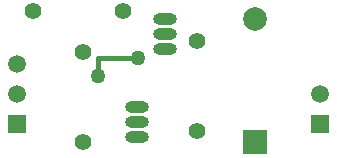
<source format=gbl>
G04 Layer_Physical_Order=2*
G04 Layer_Color=16711680*
%FSLAX44Y44*%
%MOMM*%
G71*
G01*
G75*
%ADD10C,0.4000*%
%ADD11O,2.0000X1.0000*%
%ADD12O,2.0000X1.0000*%
%ADD13R,1.5000X1.5000*%
%ADD14C,1.5000*%
%ADD15C,1.4000*%
%ADD16C,2.0000*%
%ADD17R,2.0000X2.0000*%
%ADD18C,1.2700*%
D10*
X87630Y91440D02*
X121920D01*
X87630Y76200D02*
Y91440D01*
D11*
X120650Y49530D02*
D03*
Y24130D02*
D03*
X144780Y124460D02*
D03*
Y99060D02*
D03*
D12*
X120650Y36830D02*
D03*
X144780Y111760D02*
D03*
D13*
X19050Y35560D02*
D03*
X275590D02*
D03*
D14*
X19050Y60960D02*
D03*
Y86360D02*
D03*
X275590Y60960D02*
D03*
D15*
X171450Y29210D02*
D03*
Y105410D02*
D03*
X109220Y130810D02*
D03*
X33020D02*
D03*
X74930Y96520D02*
D03*
Y20320D02*
D03*
D16*
X220980Y124460D02*
D03*
D17*
Y19860D02*
D03*
D18*
X121920Y91440D02*
D03*
X87630Y76200D02*
D03*
M02*

</source>
